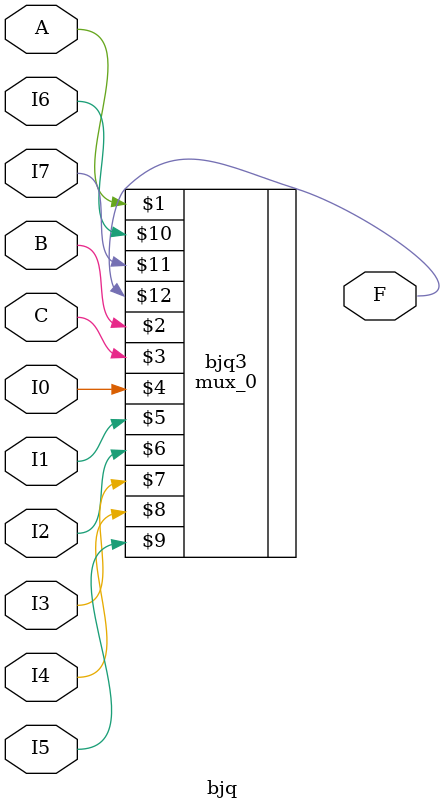
<source format=v>
`timescale 1ns / 1ps


module bjq(A,B,C,I0,I1,I2,I3,I4,I5,I6,I7,F);
input A,B,C,I0,I1,I2,I3,I4,I5,I6,I7;
output F;
mux_0 bjq3(A,B,C,I0,I1,I2,I3,I4,I5,I6,I7,F);
endmodule

</source>
